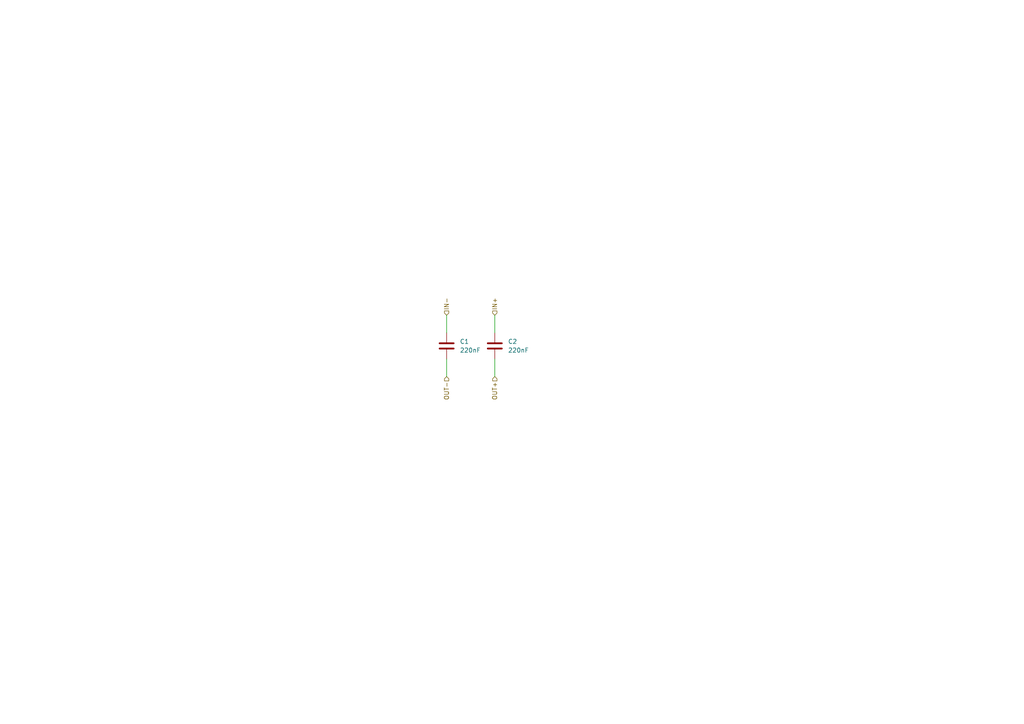
<source format=kicad_sch>
(kicad_sch (version 20250114) (generator "eeschema") (generator_version "9.0")
  (paper "A4")
  (lib_symbols
    (symbol "Device:C" (pin_numbers (hide yes)) (pin_names (offset 0.254))
      (property "Reference" "C" (at 0.635 2.54 0))
      (property "Value" "C" (at 0.635 -2.54 0))
      (symbol "C_0_1"
        (polyline (pts (xy -2.032 0.762) (xy 2.032 0.762)) (stroke (width 0.508)))
        (polyline (pts (xy -2.032 -0.762) (xy 2.032 -0.762)) (stroke (width 0.508)))
      )
      (symbol "C_1_1"
        (pin passive line (at 0 3.81 270) (length 2.794) (name "~") (number "1"))
        (pin passive line (at 0 -3.81 90) (length 2.794) (name "~") (number "2"))
      )
    )
  )
  (wire (pts (xy 129.54 104.14) (xy 129.54 109.22)))
  (wire (pts (xy 143.51 91.44) (xy 143.51 96.52)))
  (wire (pts (xy 143.51 104.14) (xy 143.51 109.22)))
  (wire (pts (xy 129.54 91.44) (xy 129.54 96.52)))
  (hierarchical_label "IN-" (shape input) (at 129.54 91.44 90))
  (hierarchical_label "IN+" (shape input) (at 143.51 91.44 90))
  (hierarchical_label "OUT+" (shape input) (at 143.51 109.22 270))
  (hierarchical_label "OUT-" (shape input) (at 129.54 109.22 270))
  (symbol (lib_id "Device:C") (at 129.54 100.33 0) (unit 1)
    (property "Reference" "C3" (at 133.35 99.0599 0) (effects (justify left)))
    (property "Value" "220nF" (at 133.35 101.5999 0) (effects (justify left)))
    (property "Footprint" "Capacitor_SMD:C_0201_0603Metric" (effects (hide yes)))
    (property "Description" "Unpolarized capacitor" (effects (hide yes)))
    (instances (project "M.2 A+E Key 22110" (path "" (reference "C1") (unit 1)) (path "" (reference "C3") (unit 1))))
  )
  (symbol (lib_id "Device:C") (at 143.51 100.33 0) (unit 1)
    (property "Reference" "C4" (at 147.32 99.0599 0) (effects (justify left)))
    (property "Value" "220nF" (at 147.32 101.5999 0) (effects (justify left)))
    (property "Footprint" "Capacitor_SMD:C_0201_0603Metric" (effects (hide yes)))
    (property "Description" "Unpolarized capacitor" (effects (hide yes)))
    (instances (project "M.2 A+E Key 22110" (path "" (reference "C2") (unit 1)) (path "" (reference "C4") (unit 1))))
  )
)
</source>
